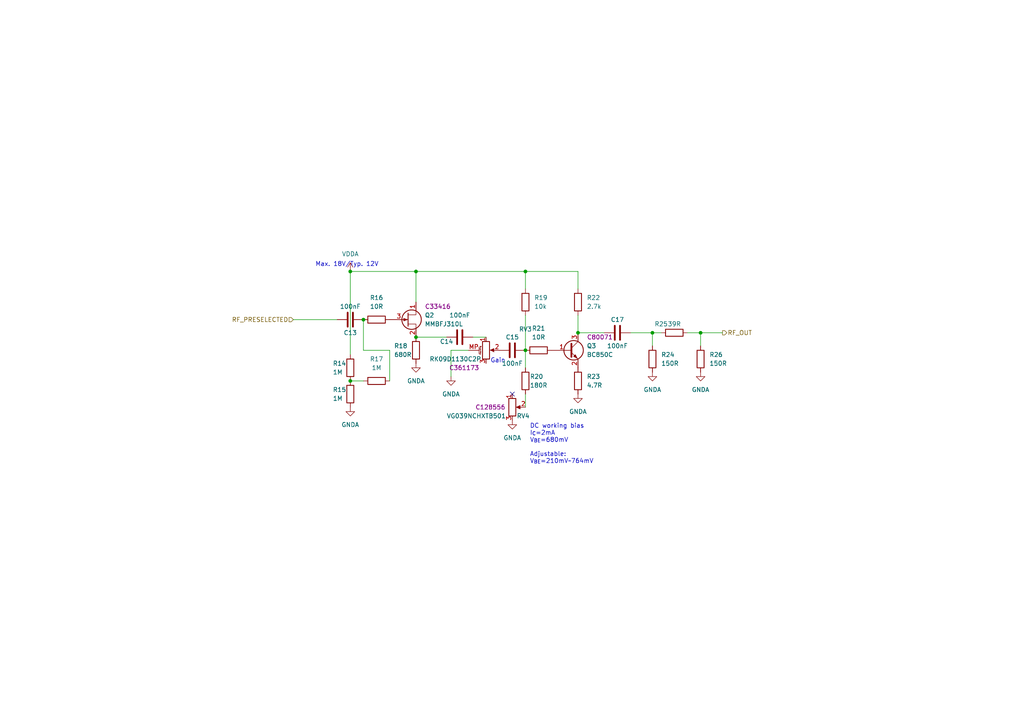
<source format=kicad_sch>
(kicad_sch (version 20211123) (generator eeschema)
  (paper "A4")
  (title_block (title "Pre-amplifier") (date "2022-11-13") (rev "A0") (company "imi415"))
  (lib_symbols
    (symbol "Device:C" (pin_numbers hide) (pin_names (offset 0.254))
      (property "Reference" "C" (at 0.635 2.54 0))
      (property "Value" "C" (at 0.635 -2.54 0))
      (symbol "C_0_1"
        (polyline (pts (xy -2.032 -0.762) (xy 2.032 -0.762)) (stroke (width 0.508)))
        (polyline (pts (xy -2.032 0.762) (xy 2.032 0.762)) (stroke (width 0.508)))
      )
      (symbol "C_1_1"
        (pin passive line (at 0 3.81 270) (length 2.794) (name "~") (number "1"))
        (pin passive line (at 0 -3.81 90) (length 2.794) (name "~") (number "2"))
      )
    )
    (symbol "Device:Q_NJFET_DSG" (pin_names (offset 0) hide)
      (property "Reference" "Q" (at 5.08 1.27 0))
      (property "Value" "Q_NJFET_DSG" (at 5.08 -1.27 0))
      (symbol "Q_NJFET_DSG_0_1"
        (polyline (pts (xy 0.254 1.905) (xy 0.254 -1.905) (xy 0.254 -1.905)) (stroke (width 0.254)))
        (polyline (pts (xy 2.54 -2.54) (xy 2.54 -1.27) (xy 0.254 -1.27)))
        (polyline (pts (xy 2.54 2.54) (xy 2.54 1.397) (xy 0.254 1.397)))
        (polyline (pts (xy 0 0) (xy -1.016 0.381) (xy -1.016 -0.381) (xy 0 0)) (fill (type outline)))
        (circle (center 1.27 0) (radius 2.8194) (stroke (width 0.254)))
      )
      (symbol "Q_NJFET_DSG_1_1"
        (pin passive line (at 2.54 5.08 270) (length 2.54) (name "D") (number "1"))
        (pin passive line (at 2.54 -5.08 90) (length 2.54) (name "S") (number "2"))
        (pin input line (at -5.08 0 0) (length 5.334) (name "G") (number "3"))
      )
    )
    (symbol "Device:Q_NPN_BEC" (pin_names (offset 0) hide)
      (property "Reference" "Q" (at 5.08 1.27 0))
      (property "Value" "Q_NPN_BEC" (at 5.08 -1.27 0))
      (symbol "Q_NPN_BEC_0_1"
        (polyline (pts (xy 0.635 0.635) (xy 2.54 2.54)))
        (polyline (pts (xy 0.635 -0.635) (xy 2.54 -2.54) (xy 2.54 -2.54)))
        (polyline (pts (xy 0.635 1.905) (xy 0.635 -1.905) (xy 0.635 -1.905)) (stroke (width 0.508)))
        (polyline (pts (xy 1.27 -1.778) (xy 1.778 -1.27) (xy 2.286 -2.286) (xy 1.27 -1.778) (xy 1.27 -1.778)) (fill (type outline)))
        (circle (center 1.27 0) (radius 2.8194) (stroke (width 0.254)))
      )
      (symbol "Q_NPN_BEC_1_1"
        (pin input line (at -5.08 0 0) (length 5.715) (name "B") (number "1"))
        (pin passive line (at 2.54 -5.08 90) (length 2.54) (name "E") (number "2"))
        (pin passive line (at 2.54 5.08 270) (length 2.54) (name "C") (number "3"))
      )
    )
    (symbol "Device:R" (pin_numbers hide) (pin_names (offset 0))
      (property "Reference" "R" (at 2.032 0 90))
      (property "Value" "R" (at 0 0 90))
      (symbol "R_0_1"
        (rectangle (start -1.016 -2.54) (end 1.016 2.54) (stroke (width 0.254)))
      )
      (symbol "R_1_1"
        (pin passive line (at 0 3.81 270) (length 1.27) (name "~") (number "1"))
        (pin passive line (at 0 -3.81 90) (length 1.27) (name "~") (number "2"))
      )
    )
    (symbol "Device:R_Potentiometer" (pin_names (offset 1.016) hide)
      (property "Reference" "RV" (at -4.445 0 90))
      (property "Value" "R_Potentiometer" (at -2.54 0 90))
      (symbol "R_Potentiometer_0_1"
        (polyline (pts (xy 2.54 0) (xy 1.524 0)))
        (polyline (pts (xy 1.143 0) (xy 2.286 0.508) (xy 2.286 -0.508) (xy 1.143 0)) (fill (type outline)))
        (rectangle (start 1.016 2.54) (end -1.016 -2.54) (stroke (width 0.254)))
      )
      (symbol "R_Potentiometer_1_1"
        (pin passive line (at 0 3.81 270) (length 1.27) (name "1") (number "1"))
        (pin passive line (at 3.81 0 180) (length 1.27) (name "2") (number "2"))
        (pin passive line (at 0 -3.81 90) (length 1.27) (name "3") (number "3"))
      )
    )
    (symbol "Device:R_Potentiometer_MountingPin" (pin_names (offset 1.016) hide)
      (property "Reference" "RV" (at -8.255 0 90))
      (property "Value" "R_Potentiometer_MountingPin" (at -6.35 0 90))
      (symbol "R_Potentiometer_MountingPin_0_1"
        (polyline (pts (xy 2.54 0) (xy 1.524 0)))
        (polyline (pts (xy 1.143 0) (xy 2.286 0.508) (xy 2.286 -0.508)) (fill (type outline)))
        (rectangle (start 1.016 2.54) (end -1.016 -2.54) (stroke (width 0.254)))
      )
      (symbol "R_Potentiometer_MountingPin_1_1"
        (polyline (pts (xy -2.032 1.016) (xy -2.032 -1.016)) (stroke (width 0.1524)))
        (text "Mounting" (at -1.651 0 900) (effects (font (size 0.381 0.381))))
        (pin passive line (at 0 3.81 270) (length 1.27) (name "1") (number "1"))
        (pin passive line (at 3.81 0 180) (length 1.27) (name "2") (number "2"))
        (pin passive line (at 0 -3.81 90) (length 1.27) (name "3") (number "3"))
        (pin passive line (at -5.08 0 0) (length 3.048) (name "MountPin") (number "MP"))
      )
    )
    (symbol "power:GNDA" (power) (pin_names (offset 0))
      (property "Value" "GNDA" (at 0 -3.81 0))
      (symbol "GNDA_0_1"
        (polyline (pts (xy 0 0) (xy 0 -1.27) (xy 1.27 -1.27) (xy 0 -2.54) (xy -1.27 -1.27) (xy 0 -1.27)))
      )
      (symbol "GNDA_1_1"
        (pin power_in line (at 0 0 270) (length 0) hide (name "GNDA") (number "1"))
      )
    )
    (symbol "power:VDDA" (power) (pin_names (offset 0))
      (property "Value" "VDDA" (at 0 3.81 0))
      (symbol "VDDA_0_1"
        (polyline (pts (xy -0.762 1.27) (xy 0 2.54)))
        (polyline (pts (xy 0 0) (xy 0 2.54)))
        (polyline (pts (xy 0 2.54) (xy 0.762 1.27)))
      )
      (symbol "VDDA_1_1"
        (pin power_in line (at 0 0 90) (length 0) hide (name "VDDA") (number "1"))
      )
    )
  )
  (junction (at 120.65 78.74))
  (junction (at 167.64 96.52))
  (junction (at 189.23 96.52))
  (junction (at 152.4 78.74))
  (junction (at 203.2 96.52))
  (junction (at 101.6 78.74))
  (junction (at 152.4 101.6))
  (junction (at 105.41 92.71))
  (junction (at 120.65 97.79))
  (junction (at 101.6 110.49))
  (no_connect (at 148.59 114.3))
  (wire (pts (xy 101.6 78.74) (xy 101.6 102.87)))
  (wire (pts (xy 120.65 78.74) (xy 120.65 87.63)))
  (wire (pts (xy 130.81 101.6) (xy 130.81 109.22)))
  (wire (pts (xy 189.23 96.52) (xy 191.77 96.52)))
  (wire (pts (xy 113.03 101.6) (xy 113.03 110.49)))
  (wire (pts (xy 152.4 101.6) (xy 152.4 106.68)))
  (wire (pts (xy 152.4 91.44) (xy 152.4 101.6)))
  (wire (pts (xy 135.89 101.6) (xy 130.81 101.6)))
  (wire (pts (xy 85.09 92.71) (xy 97.79 92.71)))
  (wire (pts (xy 182.88 96.52) (xy 189.23 96.52)))
  (wire (pts (xy 152.4 114.3) (xy 152.4 118.11)))
  (wire (pts (xy 105.41 92.71) (xy 105.41 101.6)))
  (wire (pts (xy 120.65 78.74) (xy 152.4 78.74)))
  (wire (pts (xy 137.16 97.79) (xy 140.97 97.79)))
  (wire (pts (xy 120.65 97.79) (xy 129.54 97.79)))
  (wire (pts (xy 101.6 110.49) (xy 105.41 110.49)))
  (wire (pts (xy 189.23 96.52) (xy 189.23 100.33)))
  (wire (pts (xy 167.64 96.52) (xy 175.26 96.52)))
  (wire (pts (xy 167.64 78.74) (xy 167.64 83.82)))
  (wire (pts (xy 167.64 91.44) (xy 167.64 96.52)))
  (wire (pts (xy 152.4 78.74) (xy 152.4 83.82)))
  (wire (pts (xy 105.41 101.6) (xy 113.03 101.6)))
  (wire (pts (xy 203.2 96.52) (xy 209.55 96.52)))
  (wire (pts (xy 199.39 96.52) (xy 203.2 96.52)))
  (wire (pts (xy 203.2 96.52) (xy 203.2 100.33)))
  (wire (pts (xy 152.4 78.74) (xy 167.64 78.74)))
  (wire (pts (xy 101.6 78.74) (xy 120.65 78.74)))
  (text "DC working bias\nI_{C}=2mA\nV_{BE}=680mV\n\nAdjustable:\nV_{BE}=210mV~764mV" (at 153.67 134.62 0) (effects (font (size 1.27 1.27)) (justify left bottom)))
  (text "Gain" (at 142.24 105.41 0) (effects (font (size 1.27 1.27)) (justify left bottom)))
  (text "Max. 18V/Typ. 12V" (at 91.44 77.47 0) (effects (font (size 1.27 1.27)) (justify left bottom)))
  (hierarchical_label "RF_OUT" (shape output) (at 209.55 96.52 0))
  (hierarchical_label "RF_PRESELECTED" (shape input) (at 85.09 92.71 180))
  (symbol (lib_id "power:GNDA") (at 167.64 114.3 0) (unit 1)
    (property "Reference" "#PWR0131" (effects hide))
    (property "Value" "GNDA" (at 167.64 119.38 0))
  )
  (symbol (lib_id "Device:C") (at 148.59 101.6 90) (unit 1)
    (property "Reference" "C15" (at 148.59 97.79 90))
    (property "Value" "100nF" (at 148.59 105.41 90))
    (property "Footprint" "Capacitor_SMD:C_0603_1608Metric" (effects hide))
  )
  (symbol (lib_id "power:GNDA") (at 203.2 107.95 0) (unit 1)
    (property "Reference" "#PWR0129" (effects hide))
    (property "Value" "GNDA" (at 203.2 113.03 0))
  )
  (symbol (lib_id "Device:R") (at 189.23 104.14 0) (unit 1)
    (property "Reference" "R24" (at 191.77 102.8699 0) (effects (justify left)))
    (property "Value" "150R" (at 191.77 105.4099 0) (effects (justify left)))
    (property "Footprint" "Resistor_SMD:R_0603_1608Metric" (effects hide))
  )
  (symbol (lib_id "Device:R") (at 156.21 101.6 90) (unit 1)
    (property "Reference" "R21" (at 156.21 95.25 90))
    (property "Value" "10R" (at 156.21 97.79 90))
    (property "Footprint" "Resistor_SMD:R_0603_1608Metric" (effects hide))
  )
  (symbol (lib_id "Device:C") (at 133.35 97.79 90) (unit 1)
    (property "Reference" "C14" (at 129.54 99.06 90))
    (property "Value" "100nF" (at 133.35 91.44 90))
    (property "Footprint" "Capacitor_SMD:C_0603_1608Metric" (effects hide))
  )
  (symbol (lib_id "Device:Q_NPN_BEC") (at 165.1 101.6 0) (unit 1)
    (property "Reference" "Q3" (at 170.18 100.3299 0) (effects (justify left)))
    (property "Value" "BC850C" (at 170.18 102.8699 0) (effects (justify left)))
    (property "Footprint" "Package_TO_SOT_SMD:TSOT-23" (effects hide))
    (property "MPN" "C80071" (at 173.99 97.79 0))
  )
  (symbol (lib_id "power:GNDA") (at 101.6 118.11 0) (unit 1)
    (property "Reference" "#PWR0125" (effects hide))
    (property "Value" "GNDA" (at 101.6 123.19 0))
  )
  (symbol (lib_id "Device:R") (at 120.65 101.6 0) (unit 1)
    (property "Reference" "R18" (at 114.3 100.33 0) (effects (justify left)))
    (property "Value" "680R" (at 114.3 102.87 0) (effects (justify left)))
    (property "Footprint" "Resistor_SMD:R_0603_1608Metric" (effects hide))
  )
  (symbol (lib_id "Device:R") (at 195.58 96.52 90) (unit 1)
    (property "Reference" "R25" (at 191.77 93.98 90))
    (property "Value" "39R" (at 195.58 93.98 90))
    (property "Footprint" "Resistor_SMD:R_0603_1608Metric" (effects hide))
  )
  (symbol (lib_id "Device:R") (at 152.4 87.63 0) (unit 1)
    (property "Reference" "R19" (at 154.94 86.3599 0) (effects (justify left)))
    (property "Value" "10k" (at 154.94 88.8999 0) (effects (justify left)))
    (property "Footprint" "Resistor_SMD:R_0603_1608Metric" (effects hide))
  )
  (symbol (lib_id "power:GNDA") (at 189.23 107.95 0) (unit 1)
    (property "Reference" "#PWR0127" (effects hide))
    (property "Value" "GNDA" (at 189.23 113.03 0))
  )
  (symbol (lib_id "Device:C") (at 101.6 92.71 90) (unit 1)
    (property "Reference" "C13" (at 101.6 96.52 90))
    (property "Value" "100nF" (at 101.6 88.9 90))
    (property "Footprint" "Capacitor_SMD:C_0603_1608Metric" (effects hide))
  )
  (symbol (lib_id "Device:R") (at 167.64 87.63 0) (unit 1)
    (property "Reference" "R22" (at 170.18 86.3599 0) (effects (justify left)))
    (property "Value" "2.7k" (at 170.18 88.8999 0) (effects (justify left)))
    (property "Footprint" "Resistor_SMD:R_0603_1608Metric" (effects hide))
  )
  (symbol (lib_id "power:VDDA") (at 101.6 78.74 0) (unit 1)
    (property "Reference" "#PWR0120" (effects hide))
    (property "Value" "VDDA" (at 101.6 73.66 0))
  )
  (symbol (lib_id "Device:Q_NJFET_DSG") (at 118.11 92.71 0) (unit 1)
    (property "Reference" "Q2" (at 123.19 91.4399 0) (effects (justify left)))
    (property "Value" "MMBFJ310L" (at 123.19 93.9799 0) (effects (justify left)))
    (property "Footprint" "Package_TO_SOT_SMD:TSOT-23" (effects hide))
    (property "MPN" "C33416" (at 127 88.9 0))
  )
  (symbol (lib_id "Device:R") (at 203.2 104.14 0) (unit 1)
    (property "Reference" "R26" (at 205.74 102.8699 0) (effects (justify left)))
    (property "Value" "150R" (at 205.74 105.4099 0) (effects (justify left)))
    (property "Footprint" "Resistor_SMD:R_0603_1608Metric" (effects hide))
  )
  (symbol (lib_id "Device:R") (at 101.6 114.3 180) (unit 1)
    (property "Reference" "R15" (at 96.52 113.03 0) (effects (justify right)))
    (property "Value" "1M" (at 96.52 115.57 0) (effects (justify right)))
    (property "Footprint" "Resistor_SMD:R_0603_1608Metric" (effects hide))
  )
  (symbol (lib_id "power:GNDA") (at 148.59 121.92 0) (unit 1)
    (property "Reference" "#PWR0130" (effects hide))
    (property "Value" "GNDA" (at 148.59 127 0))
  )
  (symbol (lib_id "power:GNDA") (at 130.81 109.22 0) (unit 1)
    (property "Reference" "#PWR0126" (effects hide))
    (property "Value" "GNDA" (at 130.81 114.3 0))
  )
  (symbol (lib_id "power:GNDA") (at 120.65 105.41 0) (unit 1)
    (property "Reference" "#PWR0123" (effects hide))
    (property "Value" "GNDA" (at 120.65 110.49 0))
  )
  (symbol (lib_id "Device:C") (at 179.07 96.52 90) (unit 1)
    (property "Reference" "C17" (at 179.07 92.71 90))
    (property "Value" "100nF" (at 179.07 100.33 90))
    (property "Footprint" "Capacitor_SMD:C_0603_1608Metric" (effects hide))
  )
  (symbol (lib_id "Device:R_Potentiometer") (at 148.59 118.11 0) (unit 1)
    (property "Reference" "RV4" (at 149.86 120.65 0) (effects (justify left)))
    (property "Value" "VG039NCHXTB501" (at 129.54 120.65 0) (effects (justify left)))
    (property "Footprint" "Potentiometer_SMD:Potentiometer_Bourns_TC33X_Vertical" (effects hide))
    (property "MPN" "C128556" (at 142.24 118.11 0))
  )
  (symbol (lib_id "Device:R") (at 109.22 92.71 90) (unit 1)
    (property "Reference" "R16" (at 109.22 86.36 90))
    (property "Value" "10R" (at 109.22 88.9 90))
    (property "Footprint" "Resistor_SMD:R_0603_1608Metric" (effects hide))
  )
  (symbol (lib_id "Device:R") (at 152.4 110.49 0) (unit 1)
    (property "Reference" "R20" (at 153.67 109.22 0) (effects (justify left)))
    (property "Value" "180R" (at 153.67 111.76 0) (effects (justify left)))
    (property "Footprint" "Resistor_SMD:R_0603_1608Metric" (effects hide))
  )
  (symbol (lib_id "Device:R_Potentiometer_MountingPin") (at 140.97 101.6 0) (unit 1)
    (property "Reference" "RV3" (at 152.4 95.4786 0))
    (property "Value" "RK09D1130C2P" (at 132.08 104.14 0))
    (property "Footprint" "Potentiometer_THT:Potentiometer_Alps_RK09K_Single_Vertical" (effects hide))
    (property "MPN" "C361173" (at 134.62 106.68 0))
  )
  (symbol (lib_id "Device:R") (at 109.22 110.49 270) (unit 1)
    (property "Reference" "R17" (at 109.22 104.14 90))
    (property "Value" "1M" (at 109.22 106.68 90))
    (property "Footprint" "Resistor_SMD:R_0603_1608Metric" (effects hide))
  )
  (symbol (lib_id "Device:R") (at 167.64 110.49 0) (unit 1)
    (property "Reference" "R23" (at 170.18 109.2199 0) (effects (justify left)))
    (property "Value" "4.7R" (at 170.18 111.7599 0) (effects (justify left)))
    (property "Footprint" "Resistor_SMD:R_0603_1608Metric" (effects hide))
  )
  (symbol (lib_id "Device:R") (at 101.6 106.68 180) (unit 1)
    (property "Reference" "R14" (at 96.52 105.41 0) (effects (justify right)))
    (property "Value" "1M" (at 96.52 107.95 0) (effects (justify right)))
    (property "Footprint" "Resistor_SMD:R_0603_1608Metric" (effects hide))
  )
)
</source>
